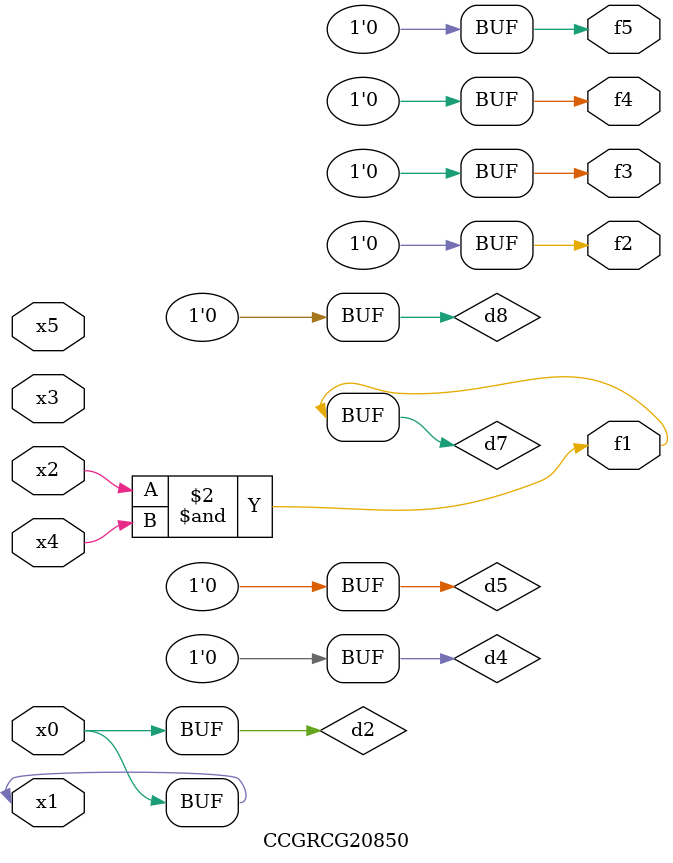
<source format=v>
module CCGRCG20850(
	input x0, x1, x2, x3, x4, x5,
	output f1, f2, f3, f4, f5
);

	wire d1, d2, d3, d4, d5, d6, d7, d8, d9;

	nand (d1, x1);
	buf (d2, x0, x1);
	nand (d3, x2, x4);
	and (d4, d1, d2);
	and (d5, d1, d2);
	nand (d6, d1, d3);
	not (d7, d3);
	xor (d8, d5);
	nor (d9, d5, d6);
	assign f1 = d7;
	assign f2 = d8;
	assign f3 = d8;
	assign f4 = d8;
	assign f5 = d8;
endmodule

</source>
